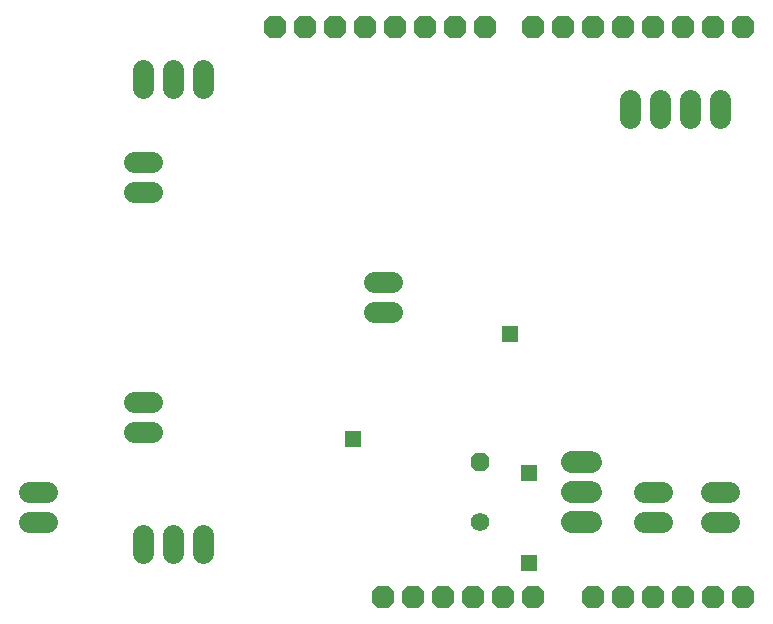
<source format=gbs>
G75*
%MOIN*%
%OFA0B0*%
%FSLAX25Y25*%
%IPPOS*%
%LPD*%
%AMOC8*
5,1,8,0,0,1.08239X$1,22.5*
%
%ADD10C,0.06184*%
%ADD11OC8,0.06184*%
%ADD12C,0.06984*%
%ADD13OC8,0.07584*%
%ADD14C,0.07480*%
%ADD15R,0.05346X0.05346*%
D10*
X0198500Y0061000D03*
D11*
X0198500Y0081000D03*
D12*
X0054000Y0061000D02*
X0048000Y0061000D01*
X0048000Y0071000D02*
X0054000Y0071000D01*
X0083000Y0091000D02*
X0089000Y0091000D01*
X0089000Y0101000D02*
X0083000Y0101000D01*
X0086000Y0056500D02*
X0086000Y0050500D01*
X0096000Y0050500D02*
X0096000Y0056500D01*
X0106000Y0056500D02*
X0106000Y0050500D01*
X0163000Y0131000D02*
X0169000Y0131000D01*
X0169000Y0141000D02*
X0163000Y0141000D01*
X0089000Y0171000D02*
X0083000Y0171000D01*
X0083000Y0181000D02*
X0089000Y0181000D01*
X0086000Y0205500D02*
X0086000Y0211500D01*
X0096000Y0211500D02*
X0096000Y0205500D01*
X0106000Y0205500D02*
X0106000Y0211500D01*
X0248500Y0201500D02*
X0248500Y0195500D01*
X0258500Y0195500D02*
X0258500Y0201500D01*
X0268500Y0201500D02*
X0268500Y0195500D01*
X0278500Y0195500D02*
X0278500Y0201500D01*
X0281500Y0071000D02*
X0275500Y0071000D01*
X0275500Y0061000D02*
X0281500Y0061000D01*
X0259000Y0061000D02*
X0253000Y0061000D01*
X0253000Y0071000D02*
X0259000Y0071000D01*
D13*
X0256000Y0036000D03*
X0246000Y0036000D03*
X0236000Y0036000D03*
X0216000Y0036000D03*
X0206000Y0036000D03*
X0196000Y0036000D03*
X0186000Y0036000D03*
X0176000Y0036000D03*
X0166000Y0036000D03*
X0266000Y0036000D03*
X0276000Y0036000D03*
X0286000Y0036000D03*
X0286000Y0226000D03*
X0276000Y0226000D03*
X0266000Y0226000D03*
X0256000Y0226000D03*
X0246000Y0226000D03*
X0236000Y0226000D03*
X0226000Y0226000D03*
X0216000Y0226000D03*
X0200000Y0226000D03*
X0190000Y0226000D03*
X0180000Y0226000D03*
X0170000Y0226000D03*
X0160000Y0226000D03*
X0150000Y0226000D03*
X0140000Y0226000D03*
X0130000Y0226000D03*
D14*
X0229002Y0081000D02*
X0235498Y0081000D01*
X0235498Y0071000D02*
X0229002Y0071000D01*
X0229002Y0061000D02*
X0235498Y0061000D01*
D15*
X0214750Y0047250D03*
X0214750Y0077250D03*
X0156000Y0088500D03*
X0208500Y0123500D03*
M02*

</source>
